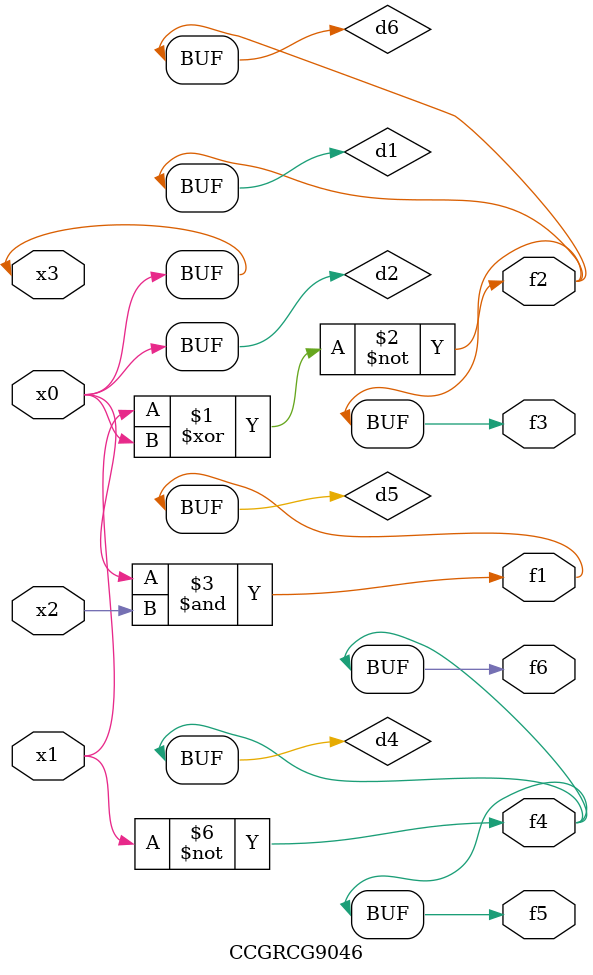
<source format=v>
module CCGRCG9046(
	input x0, x1, x2, x3,
	output f1, f2, f3, f4, f5, f6
);

	wire d1, d2, d3, d4, d5, d6;

	xnor (d1, x1, x3);
	buf (d2, x0, x3);
	nand (d3, x0, x2);
	not (d4, x1);
	nand (d5, d3);
	or (d6, d1);
	assign f1 = d5;
	assign f2 = d6;
	assign f3 = d6;
	assign f4 = d4;
	assign f5 = d4;
	assign f6 = d4;
endmodule

</source>
